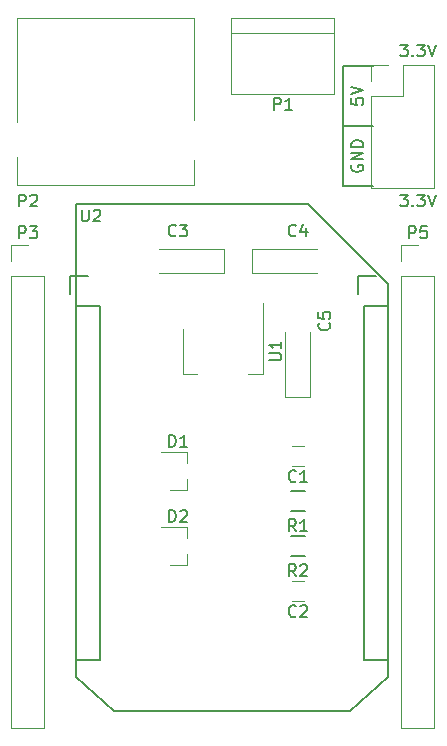
<source format=gbr>
G04 #@! TF.FileFunction,Legend,Top*
%FSLAX46Y46*%
G04 Gerber Fmt 4.6, Leading zero omitted, Abs format (unit mm)*
G04 Created by KiCad (PCBNEW 4.0.5) date 02/22/17 14:43:09*
%MOMM*%
%LPD*%
G01*
G04 APERTURE LIST*
%ADD10C,0.100000*%
%ADD11C,0.200000*%
%ADD12C,0.150000*%
%ADD13C,0.120000*%
G04 APERTURE END LIST*
D10*
D11*
X140763810Y-90892381D02*
X141382858Y-90892381D01*
X141049524Y-91273333D01*
X141192382Y-91273333D01*
X141287620Y-91320952D01*
X141335239Y-91368571D01*
X141382858Y-91463810D01*
X141382858Y-91701905D01*
X141335239Y-91797143D01*
X141287620Y-91844762D01*
X141192382Y-91892381D01*
X140906667Y-91892381D01*
X140811429Y-91844762D01*
X140763810Y-91797143D01*
X141811429Y-91797143D02*
X141859048Y-91844762D01*
X141811429Y-91892381D01*
X141763810Y-91844762D01*
X141811429Y-91797143D01*
X141811429Y-91892381D01*
X142192381Y-90892381D02*
X142811429Y-90892381D01*
X142478095Y-91273333D01*
X142620953Y-91273333D01*
X142716191Y-91320952D01*
X142763810Y-91368571D01*
X142811429Y-91463810D01*
X142811429Y-91701905D01*
X142763810Y-91797143D01*
X142716191Y-91844762D01*
X142620953Y-91892381D01*
X142335238Y-91892381D01*
X142240000Y-91844762D01*
X142192381Y-91797143D01*
X143097143Y-90892381D02*
X143430476Y-91892381D01*
X143763810Y-90892381D01*
X135890000Y-90170000D02*
X138430000Y-90170000D01*
X135890000Y-85090000D02*
X135890000Y-90170000D01*
X138430000Y-85090000D02*
X135890000Y-85090000D01*
X135890000Y-85090000D02*
X138430000Y-85090000D01*
X135890000Y-80010000D02*
X135890000Y-85090000D01*
X138430000Y-80010000D02*
X135890000Y-80010000D01*
X136660000Y-88391904D02*
X136612381Y-88487142D01*
X136612381Y-88629999D01*
X136660000Y-88772857D01*
X136755238Y-88868095D01*
X136850476Y-88915714D01*
X137040952Y-88963333D01*
X137183810Y-88963333D01*
X137374286Y-88915714D01*
X137469524Y-88868095D01*
X137564762Y-88772857D01*
X137612381Y-88629999D01*
X137612381Y-88534761D01*
X137564762Y-88391904D01*
X137517143Y-88344285D01*
X137183810Y-88344285D01*
X137183810Y-88534761D01*
X137612381Y-87915714D02*
X136612381Y-87915714D01*
X137612381Y-87344285D01*
X136612381Y-87344285D01*
X137612381Y-86868095D02*
X136612381Y-86868095D01*
X136612381Y-86630000D01*
X136660000Y-86487142D01*
X136755238Y-86391904D01*
X136850476Y-86344285D01*
X137040952Y-86296666D01*
X137183810Y-86296666D01*
X137374286Y-86344285D01*
X137469524Y-86391904D01*
X137564762Y-86487142D01*
X137612381Y-86630000D01*
X137612381Y-86868095D01*
X136612381Y-82740476D02*
X136612381Y-83216667D01*
X137088571Y-83264286D01*
X137040952Y-83216667D01*
X136993333Y-83121429D01*
X136993333Y-82883333D01*
X137040952Y-82788095D01*
X137088571Y-82740476D01*
X137183810Y-82692857D01*
X137421905Y-82692857D01*
X137517143Y-82740476D01*
X137564762Y-82788095D01*
X137612381Y-82883333D01*
X137612381Y-83121429D01*
X137564762Y-83216667D01*
X137517143Y-83264286D01*
X136612381Y-82407143D02*
X137612381Y-82073810D01*
X136612381Y-81740476D01*
X140763810Y-78192381D02*
X141382858Y-78192381D01*
X141049524Y-78573333D01*
X141192382Y-78573333D01*
X141287620Y-78620952D01*
X141335239Y-78668571D01*
X141382858Y-78763810D01*
X141382858Y-79001905D01*
X141335239Y-79097143D01*
X141287620Y-79144762D01*
X141192382Y-79192381D01*
X140906667Y-79192381D01*
X140811429Y-79144762D01*
X140763810Y-79097143D01*
X141811429Y-79097143D02*
X141859048Y-79144762D01*
X141811429Y-79192381D01*
X141763810Y-79144762D01*
X141811429Y-79097143D01*
X141811429Y-79192381D01*
X142192381Y-78192381D02*
X142811429Y-78192381D01*
X142478095Y-78573333D01*
X142620953Y-78573333D01*
X142716191Y-78620952D01*
X142763810Y-78668571D01*
X142811429Y-78763810D01*
X142811429Y-79001905D01*
X142763810Y-79097143D01*
X142716191Y-79144762D01*
X142620953Y-79192381D01*
X142335238Y-79192381D01*
X142240000Y-79144762D01*
X142192381Y-79097143D01*
X143097143Y-78192381D02*
X143430476Y-79192381D01*
X143763810Y-78192381D01*
D12*
X113292000Y-131714000D02*
X116492000Y-134614000D01*
X132942000Y-91714000D02*
X139692000Y-98464000D01*
X113292000Y-91714000D02*
X132942000Y-91714000D01*
X113292000Y-91714000D02*
X113292000Y-131714000D01*
X116492000Y-134614000D02*
X136492000Y-134614000D01*
X139692000Y-131714000D02*
X136492000Y-134614000D01*
X139692000Y-98464000D02*
X139692000Y-131714000D01*
X137692000Y-130314000D02*
X139692000Y-130314000D01*
X137192000Y-99314000D02*
X137192000Y-97814000D01*
X137192000Y-97814000D02*
X138692000Y-97814000D01*
X137692000Y-130314000D02*
X137692000Y-100314000D01*
X137692000Y-100314000D02*
X139692000Y-100314000D01*
X139692000Y-100314000D02*
X139692000Y-130314000D01*
X115292000Y-100314000D02*
X113292000Y-100314000D01*
X115292000Y-100314000D02*
X115292000Y-130314000D01*
X115292000Y-130314000D02*
X113292000Y-130314000D01*
X113292000Y-130314000D02*
X113292000Y-100314000D01*
X112792000Y-99314000D02*
X112792000Y-97814000D01*
X112792000Y-97814000D02*
X114292000Y-97814000D01*
D13*
X131580000Y-113880000D02*
X132580000Y-113880000D01*
X132580000Y-112180000D02*
X131580000Y-112180000D01*
X131580000Y-125310000D02*
X132580000Y-125310000D01*
X132580000Y-123610000D02*
X131580000Y-123610000D01*
X122680000Y-115880000D02*
X122680000Y-114950000D01*
X122680000Y-112720000D02*
X122680000Y-113650000D01*
X122680000Y-112720000D02*
X120520000Y-112720000D01*
X122680000Y-115880000D02*
X121220000Y-115880000D01*
X122680000Y-122230000D02*
X122680000Y-121300000D01*
X122680000Y-119070000D02*
X122680000Y-120000000D01*
X122680000Y-119070000D02*
X120520000Y-119070000D01*
X122680000Y-122230000D02*
X121220000Y-122230000D01*
X135160000Y-75980000D02*
X126460000Y-75980000D01*
X135160000Y-82390000D02*
X126460000Y-82390000D01*
X126460000Y-82390000D02*
X126460000Y-75980000D01*
X126460000Y-77210000D02*
X135160000Y-77210000D01*
X135160000Y-75980000D02*
X135160000Y-82390000D01*
X108330000Y-90040000D02*
X108330000Y-87710000D01*
X123320000Y-90040000D02*
X123320000Y-87920000D01*
X108330000Y-90040000D02*
X123320000Y-90040000D01*
X108330000Y-75950000D02*
X123320000Y-75950000D01*
X108330000Y-84750000D02*
X108330000Y-75950000D01*
X123320000Y-84550000D02*
X123320000Y-75950000D01*
X107830000Y-97790000D02*
X107830000Y-136010000D01*
X107830000Y-136010000D02*
X110610000Y-136010000D01*
X110610000Y-136010000D02*
X110610000Y-97790000D01*
X110610000Y-97790000D02*
X107830000Y-97790000D01*
X107830000Y-96520000D02*
X107830000Y-95130000D01*
X107830000Y-95130000D02*
X109220000Y-95130000D01*
X140850000Y-97790000D02*
X140850000Y-136010000D01*
X140850000Y-136010000D02*
X143630000Y-136010000D01*
X143630000Y-136010000D02*
X143630000Y-97790000D01*
X143630000Y-97790000D02*
X140850000Y-97790000D01*
X140850000Y-96520000D02*
X140850000Y-95130000D01*
X140850000Y-95130000D02*
X142240000Y-95130000D01*
D12*
X131480000Y-115965000D02*
X132680000Y-115965000D01*
X132680000Y-117715000D02*
X131480000Y-117715000D01*
X131480000Y-119775000D02*
X132680000Y-119775000D01*
X132680000Y-121525000D02*
X131480000Y-121525000D01*
D13*
X122320000Y-106050000D02*
X123580000Y-106050000D01*
X129140000Y-106050000D02*
X127880000Y-106050000D01*
X122320000Y-102290000D02*
X122320000Y-106050000D01*
X129140000Y-100040000D02*
X129140000Y-106050000D01*
X125820000Y-97570000D02*
X120320000Y-97570000D01*
X125820000Y-95470000D02*
X120320000Y-95470000D01*
X125820000Y-97570000D02*
X125820000Y-95470000D01*
X128180000Y-95470000D02*
X133680000Y-95470000D01*
X128180000Y-97570000D02*
X133680000Y-97570000D01*
X128180000Y-95470000D02*
X128180000Y-97570000D01*
X131030000Y-108040000D02*
X131030000Y-102540000D01*
X133130000Y-108040000D02*
X133130000Y-102540000D01*
X131030000Y-108040000D02*
X133130000Y-108040000D01*
X138310000Y-82550000D02*
X138310000Y-90290000D01*
X138310000Y-90290000D02*
X143630000Y-90290000D01*
X143630000Y-90290000D02*
X143630000Y-79890000D01*
X143630000Y-79890000D02*
X140970000Y-79890000D01*
X140970000Y-79890000D02*
X140970000Y-82550000D01*
X140970000Y-82550000D02*
X138310000Y-82550000D01*
X138310000Y-81280000D02*
X138310000Y-79890000D01*
X138310000Y-79890000D02*
X139700000Y-79890000D01*
D12*
X113792095Y-92162381D02*
X113792095Y-92971905D01*
X113839714Y-93067143D01*
X113887333Y-93114762D01*
X113982571Y-93162381D01*
X114173048Y-93162381D01*
X114268286Y-93114762D01*
X114315905Y-93067143D01*
X114363524Y-92971905D01*
X114363524Y-92162381D01*
X114792095Y-92257619D02*
X114839714Y-92210000D01*
X114934952Y-92162381D01*
X115173048Y-92162381D01*
X115268286Y-92210000D01*
X115315905Y-92257619D01*
X115363524Y-92352857D01*
X115363524Y-92448095D01*
X115315905Y-92590952D01*
X114744476Y-93162381D01*
X115363524Y-93162381D01*
X131913334Y-115137143D02*
X131865715Y-115184762D01*
X131722858Y-115232381D01*
X131627620Y-115232381D01*
X131484762Y-115184762D01*
X131389524Y-115089524D01*
X131341905Y-114994286D01*
X131294286Y-114803810D01*
X131294286Y-114660952D01*
X131341905Y-114470476D01*
X131389524Y-114375238D01*
X131484762Y-114280000D01*
X131627620Y-114232381D01*
X131722858Y-114232381D01*
X131865715Y-114280000D01*
X131913334Y-114327619D01*
X132865715Y-115232381D02*
X132294286Y-115232381D01*
X132580000Y-115232381D02*
X132580000Y-114232381D01*
X132484762Y-114375238D01*
X132389524Y-114470476D01*
X132294286Y-114518095D01*
X131913334Y-126567143D02*
X131865715Y-126614762D01*
X131722858Y-126662381D01*
X131627620Y-126662381D01*
X131484762Y-126614762D01*
X131389524Y-126519524D01*
X131341905Y-126424286D01*
X131294286Y-126233810D01*
X131294286Y-126090952D01*
X131341905Y-125900476D01*
X131389524Y-125805238D01*
X131484762Y-125710000D01*
X131627620Y-125662381D01*
X131722858Y-125662381D01*
X131865715Y-125710000D01*
X131913334Y-125757619D01*
X132294286Y-125757619D02*
X132341905Y-125710000D01*
X132437143Y-125662381D01*
X132675239Y-125662381D01*
X132770477Y-125710000D01*
X132818096Y-125757619D01*
X132865715Y-125852857D01*
X132865715Y-125948095D01*
X132818096Y-126090952D01*
X132246667Y-126662381D01*
X132865715Y-126662381D01*
X121181905Y-112252381D02*
X121181905Y-111252381D01*
X121420000Y-111252381D01*
X121562858Y-111300000D01*
X121658096Y-111395238D01*
X121705715Y-111490476D01*
X121753334Y-111680952D01*
X121753334Y-111823810D01*
X121705715Y-112014286D01*
X121658096Y-112109524D01*
X121562858Y-112204762D01*
X121420000Y-112252381D01*
X121181905Y-112252381D01*
X122705715Y-112252381D02*
X122134286Y-112252381D01*
X122420000Y-112252381D02*
X122420000Y-111252381D01*
X122324762Y-111395238D01*
X122229524Y-111490476D01*
X122134286Y-111538095D01*
X121181905Y-118602381D02*
X121181905Y-117602381D01*
X121420000Y-117602381D01*
X121562858Y-117650000D01*
X121658096Y-117745238D01*
X121705715Y-117840476D01*
X121753334Y-118030952D01*
X121753334Y-118173810D01*
X121705715Y-118364286D01*
X121658096Y-118459524D01*
X121562858Y-118554762D01*
X121420000Y-118602381D01*
X121181905Y-118602381D01*
X122134286Y-117697619D02*
X122181905Y-117650000D01*
X122277143Y-117602381D01*
X122515239Y-117602381D01*
X122610477Y-117650000D01*
X122658096Y-117697619D01*
X122705715Y-117792857D01*
X122705715Y-117888095D01*
X122658096Y-118030952D01*
X122086667Y-118602381D01*
X122705715Y-118602381D01*
X130071905Y-83702381D02*
X130071905Y-82702381D01*
X130452858Y-82702381D01*
X130548096Y-82750000D01*
X130595715Y-82797619D01*
X130643334Y-82892857D01*
X130643334Y-83035714D01*
X130595715Y-83130952D01*
X130548096Y-83178571D01*
X130452858Y-83226190D01*
X130071905Y-83226190D01*
X131595715Y-83702381D02*
X131024286Y-83702381D01*
X131310000Y-83702381D02*
X131310000Y-82702381D01*
X131214762Y-82845238D01*
X131119524Y-82940476D01*
X131024286Y-82988095D01*
X108481905Y-91892381D02*
X108481905Y-90892381D01*
X108862858Y-90892381D01*
X108958096Y-90940000D01*
X109005715Y-90987619D01*
X109053334Y-91082857D01*
X109053334Y-91225714D01*
X109005715Y-91320952D01*
X108958096Y-91368571D01*
X108862858Y-91416190D01*
X108481905Y-91416190D01*
X109434286Y-90987619D02*
X109481905Y-90940000D01*
X109577143Y-90892381D01*
X109815239Y-90892381D01*
X109910477Y-90940000D01*
X109958096Y-90987619D01*
X110005715Y-91082857D01*
X110005715Y-91178095D01*
X109958096Y-91320952D01*
X109386667Y-91892381D01*
X110005715Y-91892381D01*
X108481905Y-94582381D02*
X108481905Y-93582381D01*
X108862858Y-93582381D01*
X108958096Y-93630000D01*
X109005715Y-93677619D01*
X109053334Y-93772857D01*
X109053334Y-93915714D01*
X109005715Y-94010952D01*
X108958096Y-94058571D01*
X108862858Y-94106190D01*
X108481905Y-94106190D01*
X109386667Y-93582381D02*
X110005715Y-93582381D01*
X109672381Y-93963333D01*
X109815239Y-93963333D01*
X109910477Y-94010952D01*
X109958096Y-94058571D01*
X110005715Y-94153810D01*
X110005715Y-94391905D01*
X109958096Y-94487143D01*
X109910477Y-94534762D01*
X109815239Y-94582381D01*
X109529524Y-94582381D01*
X109434286Y-94534762D01*
X109386667Y-94487143D01*
X141501905Y-94582381D02*
X141501905Y-93582381D01*
X141882858Y-93582381D01*
X141978096Y-93630000D01*
X142025715Y-93677619D01*
X142073334Y-93772857D01*
X142073334Y-93915714D01*
X142025715Y-94010952D01*
X141978096Y-94058571D01*
X141882858Y-94106190D01*
X141501905Y-94106190D01*
X142978096Y-93582381D02*
X142501905Y-93582381D01*
X142454286Y-94058571D01*
X142501905Y-94010952D01*
X142597143Y-93963333D01*
X142835239Y-93963333D01*
X142930477Y-94010952D01*
X142978096Y-94058571D01*
X143025715Y-94153810D01*
X143025715Y-94391905D01*
X142978096Y-94487143D01*
X142930477Y-94534762D01*
X142835239Y-94582381D01*
X142597143Y-94582381D01*
X142501905Y-94534762D01*
X142454286Y-94487143D01*
X131913334Y-119392381D02*
X131580000Y-118916190D01*
X131341905Y-119392381D02*
X131341905Y-118392381D01*
X131722858Y-118392381D01*
X131818096Y-118440000D01*
X131865715Y-118487619D01*
X131913334Y-118582857D01*
X131913334Y-118725714D01*
X131865715Y-118820952D01*
X131818096Y-118868571D01*
X131722858Y-118916190D01*
X131341905Y-118916190D01*
X132865715Y-119392381D02*
X132294286Y-119392381D01*
X132580000Y-119392381D02*
X132580000Y-118392381D01*
X132484762Y-118535238D01*
X132389524Y-118630476D01*
X132294286Y-118678095D01*
X131913334Y-123202381D02*
X131580000Y-122726190D01*
X131341905Y-123202381D02*
X131341905Y-122202381D01*
X131722858Y-122202381D01*
X131818096Y-122250000D01*
X131865715Y-122297619D01*
X131913334Y-122392857D01*
X131913334Y-122535714D01*
X131865715Y-122630952D01*
X131818096Y-122678571D01*
X131722858Y-122726190D01*
X131341905Y-122726190D01*
X132294286Y-122297619D02*
X132341905Y-122250000D01*
X132437143Y-122202381D01*
X132675239Y-122202381D01*
X132770477Y-122250000D01*
X132818096Y-122297619D01*
X132865715Y-122392857D01*
X132865715Y-122488095D01*
X132818096Y-122630952D01*
X132246667Y-123202381D01*
X132865715Y-123202381D01*
X129682381Y-104901905D02*
X130491905Y-104901905D01*
X130587143Y-104854286D01*
X130634762Y-104806667D01*
X130682381Y-104711429D01*
X130682381Y-104520952D01*
X130634762Y-104425714D01*
X130587143Y-104378095D01*
X130491905Y-104330476D01*
X129682381Y-104330476D01*
X130682381Y-103330476D02*
X130682381Y-103901905D01*
X130682381Y-103616191D02*
X129682381Y-103616191D01*
X129825238Y-103711429D01*
X129920476Y-103806667D01*
X129968095Y-103901905D01*
X121753334Y-94337143D02*
X121705715Y-94384762D01*
X121562858Y-94432381D01*
X121467620Y-94432381D01*
X121324762Y-94384762D01*
X121229524Y-94289524D01*
X121181905Y-94194286D01*
X121134286Y-94003810D01*
X121134286Y-93860952D01*
X121181905Y-93670476D01*
X121229524Y-93575238D01*
X121324762Y-93480000D01*
X121467620Y-93432381D01*
X121562858Y-93432381D01*
X121705715Y-93480000D01*
X121753334Y-93527619D01*
X122086667Y-93432381D02*
X122705715Y-93432381D01*
X122372381Y-93813333D01*
X122515239Y-93813333D01*
X122610477Y-93860952D01*
X122658096Y-93908571D01*
X122705715Y-94003810D01*
X122705715Y-94241905D01*
X122658096Y-94337143D01*
X122610477Y-94384762D01*
X122515239Y-94432381D01*
X122229524Y-94432381D01*
X122134286Y-94384762D01*
X122086667Y-94337143D01*
X131913334Y-94327143D02*
X131865715Y-94374762D01*
X131722858Y-94422381D01*
X131627620Y-94422381D01*
X131484762Y-94374762D01*
X131389524Y-94279524D01*
X131341905Y-94184286D01*
X131294286Y-93993810D01*
X131294286Y-93850952D01*
X131341905Y-93660476D01*
X131389524Y-93565238D01*
X131484762Y-93470000D01*
X131627620Y-93422381D01*
X131722858Y-93422381D01*
X131865715Y-93470000D01*
X131913334Y-93517619D01*
X132770477Y-93755714D02*
X132770477Y-94422381D01*
X132532381Y-93374762D02*
X132294286Y-94089048D01*
X132913334Y-94089048D01*
X134723143Y-101766666D02*
X134770762Y-101814285D01*
X134818381Y-101957142D01*
X134818381Y-102052380D01*
X134770762Y-102195238D01*
X134675524Y-102290476D01*
X134580286Y-102338095D01*
X134389810Y-102385714D01*
X134246952Y-102385714D01*
X134056476Y-102338095D01*
X133961238Y-102290476D01*
X133866000Y-102195238D01*
X133818381Y-102052380D01*
X133818381Y-101957142D01*
X133866000Y-101814285D01*
X133913619Y-101766666D01*
X133818381Y-100861904D02*
X133818381Y-101338095D01*
X134294571Y-101385714D01*
X134246952Y-101338095D01*
X134199333Y-101242857D01*
X134199333Y-101004761D01*
X134246952Y-100909523D01*
X134294571Y-100861904D01*
X134389810Y-100814285D01*
X134627905Y-100814285D01*
X134723143Y-100861904D01*
X134770762Y-100909523D01*
X134818381Y-101004761D01*
X134818381Y-101242857D01*
X134770762Y-101338095D01*
X134723143Y-101385714D01*
M02*

</source>
